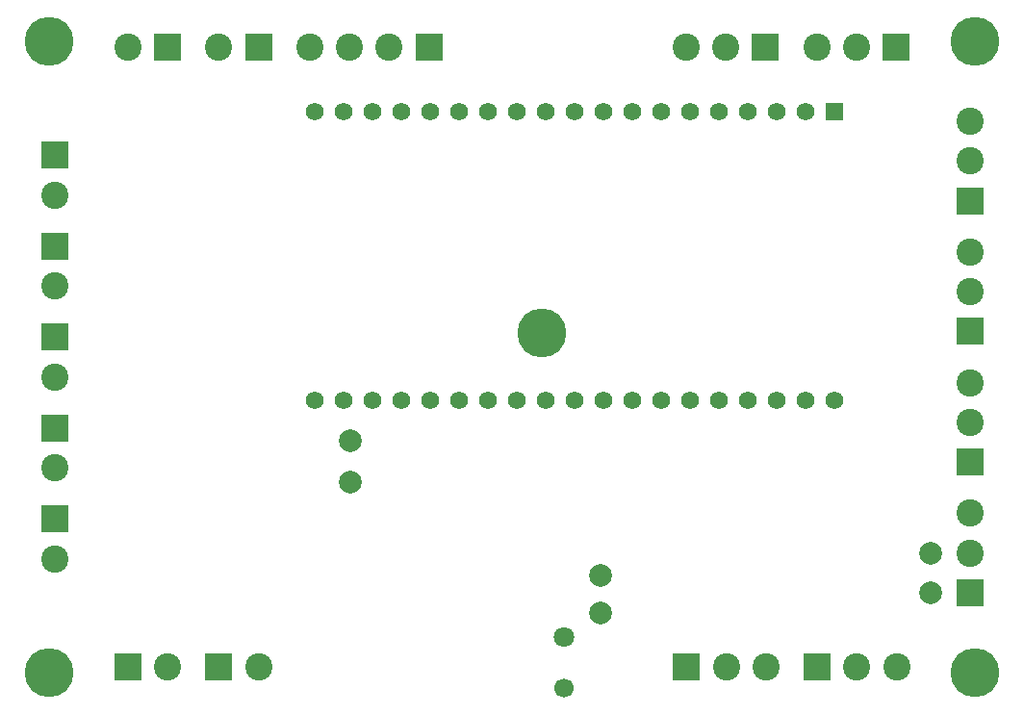
<source format=gbs>
G04 #@! TF.GenerationSoftware,KiCad,Pcbnew,(6.0.2)*
G04 #@! TF.CreationDate,2023-08-04T12:43:31+02:00*
G04 #@! TF.ProjectId,PCB_Layout_MOSFET,5043425f-4c61-4796-9f75-745f4d4f5346,rev?*
G04 #@! TF.SameCoordinates,Original*
G04 #@! TF.FileFunction,Soldermask,Bot*
G04 #@! TF.FilePolarity,Negative*
%FSLAX46Y46*%
G04 Gerber Fmt 4.6, Leading zero omitted, Abs format (unit mm)*
G04 Created by KiCad (PCBNEW (6.0.2)) date 2023-08-04 12:43:31*
%MOMM*%
%LPD*%
G01*
G04 APERTURE LIST*
%ADD10R,2.400000X2.400000*%
%ADD11C,2.400000*%
%ADD12C,4.300000*%
%ADD13R,1.560000X1.560000*%
%ADD14C,1.560000*%
%ADD15C,1.700000*%
%ADD16C,1.800000*%
%ADD17C,2.000000*%
G04 APERTURE END LIST*
D10*
X143550000Y-105000000D03*
D11*
X143550000Y-101500000D03*
X143550000Y-98000000D03*
D10*
X125550000Y-68500000D03*
D11*
X122050000Y-68500000D03*
X118550000Y-68500000D03*
D10*
X143550000Y-116500000D03*
D11*
X143550000Y-113000000D03*
X143550000Y-109500000D03*
D10*
X95950000Y-68500000D03*
D11*
X92450000Y-68500000D03*
X88950000Y-68500000D03*
X85450000Y-68500000D03*
D12*
X144000000Y-123500000D03*
X62500000Y-123500000D03*
D10*
X69450000Y-123000000D03*
D11*
X72950000Y-123000000D03*
D10*
X143550000Y-82000000D03*
D11*
X143550000Y-78500000D03*
X143550000Y-75000000D03*
D10*
X63000000Y-86000000D03*
D11*
X63000000Y-89500000D03*
D10*
X137050000Y-68500000D03*
D11*
X133550000Y-68500000D03*
X130050000Y-68500000D03*
D10*
X130100000Y-123000000D03*
D11*
X133600000Y-123000000D03*
X137100000Y-123000000D03*
D10*
X77450000Y-123000000D03*
D11*
X80950000Y-123000000D03*
D13*
X131610000Y-74177500D03*
D14*
X129070000Y-74177500D03*
X126530000Y-74177500D03*
X123990000Y-74177500D03*
X121450000Y-74177500D03*
X118910000Y-74177500D03*
X116370000Y-74177500D03*
X113830000Y-74177500D03*
X111290000Y-74177500D03*
X108750000Y-74177500D03*
X106210000Y-74177500D03*
X103670000Y-74177500D03*
X101130000Y-74177500D03*
X98590000Y-74177500D03*
X96050000Y-74177500D03*
X93510000Y-74177500D03*
X90970000Y-74177500D03*
X88430000Y-74177500D03*
X85890000Y-74177500D03*
X131610000Y-99577500D03*
X129070000Y-99577500D03*
X126530000Y-99577500D03*
X123990000Y-99577500D03*
X121450000Y-99577500D03*
X118910000Y-99577500D03*
X116370000Y-99577500D03*
X113830000Y-99577500D03*
X111290000Y-99577500D03*
X108750000Y-99577500D03*
X106210000Y-99577500D03*
X103670000Y-99577500D03*
X101130000Y-99577500D03*
X98590000Y-99577500D03*
X96050000Y-99577500D03*
X93510000Y-99577500D03*
X90970000Y-99577500D03*
X88430000Y-99577500D03*
X85890000Y-99577500D03*
D10*
X63000000Y-110000000D03*
D11*
X63000000Y-113500000D03*
D15*
X107857500Y-124900000D03*
D16*
X107857500Y-120400000D03*
D10*
X63000000Y-78000000D03*
D11*
X63000000Y-81500000D03*
D12*
X105850000Y-93650000D03*
D10*
X118600000Y-123000000D03*
D11*
X122100000Y-123000000D03*
X125600000Y-123000000D03*
D10*
X143550000Y-93500000D03*
D11*
X143550000Y-90000000D03*
X143550000Y-86500000D03*
D10*
X63000000Y-94000000D03*
D11*
X63000000Y-97500000D03*
D10*
X72950000Y-68500000D03*
D11*
X69450000Y-68500000D03*
D12*
X144000000Y-68000000D03*
X62500000Y-68000000D03*
D10*
X80950000Y-68500000D03*
D11*
X77450000Y-68500000D03*
D10*
X63000000Y-102000000D03*
D11*
X63000000Y-105500000D03*
D17*
X140100000Y-113000000D03*
X111000000Y-115000000D03*
X89000000Y-103100000D03*
X140100000Y-116500000D03*
X89000000Y-106750000D03*
X111000000Y-118250000D03*
M02*

</source>
